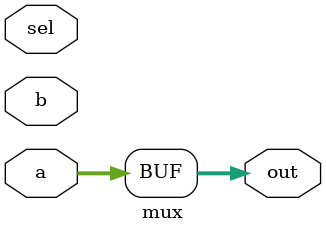
<source format=v>
module mux( 
input [4:0] a, b,
input sel,
output [4:0] out );
// When sel=0, assign a to out. 
// When sel=1, assign b to out.
// When sel=2, do nothing.
// When sel=3, do nothing.
assign out = a;
endmodule

</source>
